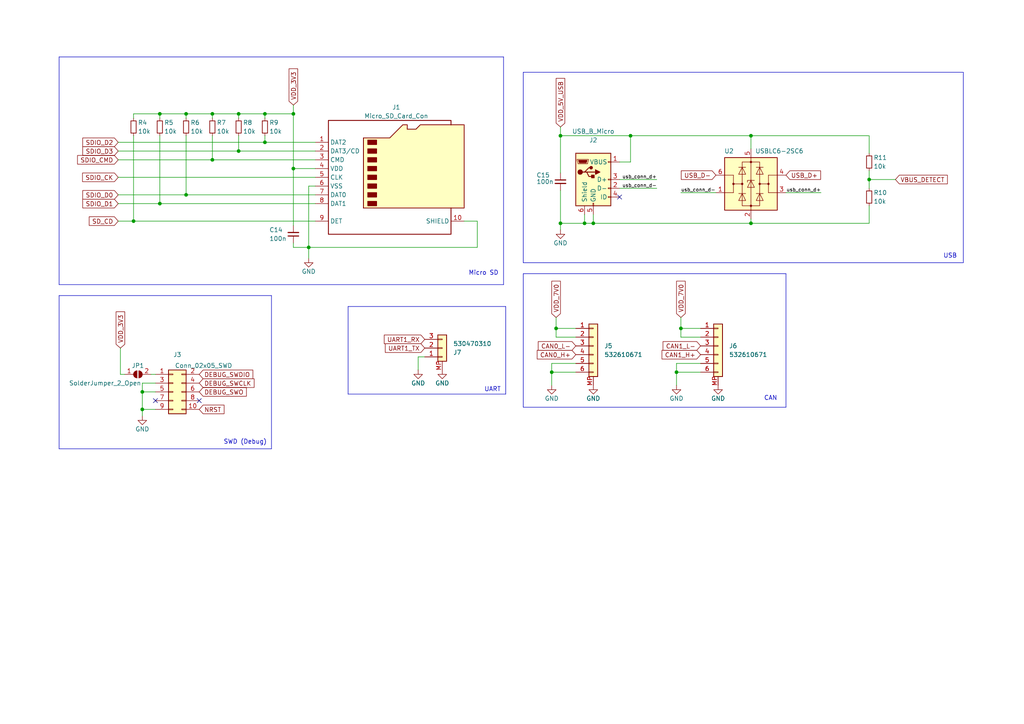
<source format=kicad_sch>
(kicad_sch (version 20231120) (generator "eeschema") (generator_version "8.0")
  (paper "A4")
  (lib_symbols
    (symbol "Conn_01x06_1" (pin_names (offset 1.016) hide)
      (property "Reference" "J5" (at 3.175 0.0001 0))
      (property "Value" "532610671" (at 3.175 -2.5399 0))
      (symbol "Conn_01x06_1_1_1"
        (rectangle (start -1.27 -7.493) (end 0 -7.747) (stroke (width 0.1524)))
        (rectangle (start -1.27 -4.953) (end 0 -5.207) (stroke (width 0.1524)))
        (rectangle (start -1.27 -2.413) (end 0 -2.667) (stroke (width 0.1524)))
        (rectangle (start -1.27 0.127) (end 0 -0.127) (stroke (width 0.1524)))
        (rectangle (start -1.27 2.667) (end 0 2.413) (stroke (width 0.1524)))
        (rectangle (start -1.27 5.207) (end 0 4.953) (stroke (width 0.1524)))
        (rectangle (start -1.27 6.35) (end 1.27 -8.89) (stroke (width 0.254)) (fill (type background)))
        (pin passive line (at -5.08 5.08 0) (length 3.81) (name "Pin_1") (number "1"))
        (pin passive line (at -5.08 2.54 0) (length 3.81) (name "Pin_2") (number "2"))
        (pin passive line (at -5.08 0 0) (length 3.81) (name "Pin_3") (number "3"))
        (pin passive line (at -5.08 -2.54 0) (length 3.81) (name "Pin_4") (number "4"))
        (pin passive line (at -5.08 -5.08 0) (length 3.81) (name "Pin_5") (number "5"))
        (pin passive line (at -5.08 -7.62 0) (length 3.81) (name "Pin_6") (number "6"))
        (pin input line (at 0 -11.43 90) (length 2.54) (name "MP") (number "MP"))
      )
    )
    (symbol "Connector:Micro_SD_Card_Det1"
      (property "Reference" "J" (at -16.51 17.78 0))
      (property "Value" "Micro_SD_Card_Det1" (at 16.51 17.78 0))
      (symbol "Micro_SD_Card_Det1_0_1"
        (rectangle (start -7.62 -6.985) (end -5.08 -8.255) (stroke (width 0.254)) (fill (type outline)))
        (rectangle (start -7.62 -4.445) (end -5.08 -5.715) (stroke (width 0.254)) (fill (type outline)))
        (rectangle (start -7.62 -1.905) (end -5.08 -3.175) (stroke (width 0.254)) (fill (type outline)))
        (rectangle (start -7.62 0.635) (end -5.08 -0.635) (stroke (width 0.254)) (fill (type outline)))
        (rectangle (start -7.62 3.175) (end -5.08 1.905) (stroke (width 0.254)) (fill (type outline)))
        (rectangle (start -7.62 5.715) (end -5.08 4.445) (stroke (width 0.254)) (fill (type outline)))
        (rectangle (start -7.62 8.255) (end -5.08 6.985) (stroke (width 0.254)) (fill (type outline)))
        (rectangle (start -7.62 10.795) (end -5.08 9.525) (stroke (width 0.254)) (fill (type outline)))
        (polyline (pts (xy 16.51 15.24) (xy 16.51 16.51) (xy -19.05 16.51) (xy -19.05 -16.51) (xy 16.51 -16.51) (xy 16.51 -8.89)) (stroke (width 0.254)))
        (polyline (pts (xy -8.89 -8.89) (xy -8.89 11.43) (xy -1.27 11.43) (xy 2.54 15.24) (xy 3.81 15.24) (xy 3.81 13.97) (xy 6.35 13.97) (xy 7.62 15.24) (xy 20.32 15.24) (xy 20.32 -8.89) (xy -8.89 -8.89)) (stroke (width 0.254)) (fill (type background)))
      )
      (symbol "Micro_SD_Card_Det1_1_1"
        (pin bidirectional line (at -22.86 10.16 0) (length 3.81) (name "DAT2") (number "1"))
        (pin passive line (at 20.32 -12.7 180) (length 3.81) (name "SHIELD") (number "10"))
        (pin bidirectional line (at -22.86 7.62 0) (length 3.81) (name "DAT3/CD") (number "2"))
        (pin input line (at -22.86 5.08 0) (length 3.81) (name "CMD") (number "3"))
        (pin power_in line (at -22.86 2.54 0) (length 3.81) (name "VDD") (number "4"))
        (pin input line (at -22.86 0 0) (length 3.81) (name "CLK") (number "5"))
        (pin power_in line (at -22.86 -2.54 0) (length 3.81) (name "VSS") (number "6"))
        (pin bidirectional line (at -22.86 -5.08 0) (length 3.81) (name "DAT0") (number "7"))
        (pin bidirectional line (at -22.86 -7.62 0) (length 3.81) (name "DAT1") (number "8"))
        (pin passive line (at -22.86 -12.7 0) (length 3.81) (name "DET") (number "9"))
      )
    )
    (symbol "Connector:USB_B_Micro" (pin_names (offset 1.016))
      (property "Reference" "J" (at -5.08 11.43 0))
      (property "Value" "USB_B_Micro" (at -5.08 8.89 0))
      (symbol "USB_B_Micro_0_1"
        (rectangle (start -5.08 -7.62) (end 5.08 7.62) (stroke (width 0.254)) (fill (type background)))
        (circle (center -3.81 2.159) (radius 0.635) (stroke (width 0.254)) (fill (type outline)))
        (circle (center -0.635 3.429) (radius 0.381) (stroke (width 0.254)) (fill (type outline)))
        (rectangle (start -0.127 -7.62) (end 0.127 -6.858))
        (polyline (pts (xy -1.905 2.159) (xy 0.635 2.159)) (stroke (width 0.254)))
        (polyline (pts (xy -3.175 2.159) (xy -2.54 2.159) (xy -1.27 3.429) (xy -0.635 3.429)) (stroke (width 0.254)))
        (polyline (pts (xy -2.54 2.159) (xy -1.905 2.159) (xy -1.27 0.889) (xy 0 0.889)) (stroke (width 0.254)))
        (polyline (pts (xy 0.635 2.794) (xy 0.635 1.524) (xy 1.905 2.159) (xy 0.635 2.794)) (stroke (width 0.254)) (fill (type outline)))
        (polyline (pts (xy -4.318 5.588) (xy -1.778 5.588) (xy -2.032 4.826) (xy -4.064 4.826) (xy -4.318 5.588)) (fill (type outline)))
        (polyline (pts (xy -4.699 5.842) (xy -4.699 5.588) (xy -4.445 4.826) (xy -4.445 4.572) (xy -1.651 4.572) (xy -1.651 4.826) (xy -1.397 5.588) (xy -1.397 5.842) (xy -4.699 5.842)))
        (rectangle (start 0.254 1.27) (end -0.508 0.508) (stroke (width 0.254)) (fill (type outline)))
        (rectangle (start 5.08 -5.207) (end 4.318 -4.953))
        (rectangle (start 5.08 -2.667) (end 4.318 -2.413))
        (rectangle (start 5.08 -0.127) (end 4.318 0.127))
        (rectangle (start 5.08 4.953) (end 4.318 5.207))
      )
      (symbol "USB_B_Micro_1_1"
        (pin power_out line (at 7.62 5.08 180) (length 2.54) (name "VBUS") (number "1"))
        (pin bidirectional line (at 7.62 -2.54 180) (length 2.54) (name "D-") (number "2"))
        (pin bidirectional line (at 7.62 0 180) (length 2.54) (name "D+") (number "3"))
        (pin passive line (at 7.62 -5.08 180) (length 2.54) (name "ID") (number "4"))
        (pin power_out line (at 0 -10.16 90) (length 2.54) (name "GND") (number "5"))
        (pin passive line (at -2.54 -10.16 90) (length 2.54) (name "Shield") (number "6"))
      )
    )
    (symbol "Connector_Generic:Conn_01x03" (pin_names (offset 1.016) hide)
      (property "Reference" "J7" (at 3.175 1.2701 0))
      (property "Value" "530470310" (at 3.175 -1.2699 0))
      (symbol "Conn_01x03_1_1"
        (rectangle (start -1.27 -2.413) (end 0 -2.667) (stroke (width 0.1524)))
        (rectangle (start -1.27 0.127) (end 0 -0.127) (stroke (width 0.1524)))
        (rectangle (start -1.27 2.667) (end 0 2.413) (stroke (width 0.1524)))
        (rectangle (start -1.27 3.81) (end 1.27 -3.81) (stroke (width 0.254)) (fill (type background)))
        (pin passive line (at -5.08 2.54 0) (length 3.81) (name "Pin_1") (number "1"))
        (pin passive line (at -5.08 0 0) (length 3.81) (name "Pin_2") (number "2"))
        (pin passive line (at -5.08 -2.54 0) (length 3.81) (name "Pin_3") (number "3"))
        (pin input line (at 0 6.35 270) (length 2.54) (name "MP") (number "MP"))
      )
    )
    (symbol "Connector_Generic:Conn_01x06" (pin_names (offset 1.016) hide)
      (property "Reference" "J6" (at 3.175 0.0001 0))
      (property "Value" "532610671" (at 3.175 -2.5399 0))
      (symbol "Conn_01x06_1_1"
        (rectangle (start -1.27 -7.493) (end 0 -7.747) (stroke (width 0.1524)))
        (rectangle (start -1.27 -4.953) (end 0 -5.207) (stroke (width 0.1524)))
        (rectangle (start -1.27 -2.413) (end 0 -2.667) (stroke (width 0.1524)))
        (rectangle (start -1.27 0.127) (end 0 -0.127) (stroke (width 0.1524)))
        (rectangle (start -1.27 2.667) (end 0 2.413) (stroke (width 0.1524)))
        (rectangle (start -1.27 5.207) (end 0 4.953) (stroke (width 0.1524)))
        (rectangle (start -1.27 6.35) (end 1.27 -8.89) (stroke (width 0.254)) (fill (type background)))
        (pin passive line (at -5.08 5.08 0) (length 3.81) (name "Pin_1") (number "1"))
        (pin passive line (at -5.08 2.54 0) (length 3.81) (name "Pin_2") (number "2"))
        (pin passive line (at -5.08 0 0) (length 3.81) (name "Pin_3") (number "3"))
        (pin passive line (at -5.08 -2.54 0) (length 3.81) (name "Pin_4") (number "4"))
        (pin passive line (at -5.08 -5.08 0) (length 3.81) (name "Pin_5") (number "5"))
        (pin passive line (at -5.08 -7.62 0) (length 3.81) (name "Pin_6") (number "6"))
        (pin input line (at 0 -11.43 90) (length 2.54) (name "MP") (number "MP"))
      )
    )
    (symbol "Connector_Generic:Conn_02x05_Odd_Even" (pin_names (offset 1.016) hide)
      (property "Reference" "J" (at 1.27 7.62 0))
      (property "Value" "Conn_02x05_Odd_Even" (at 1.27 -7.62 0))
      (symbol "Conn_02x05_Odd_Even_1_1"
        (rectangle (start -1.27 -4.953) (end 0 -5.207) (stroke (width 0.1524)))
        (rectangle (start -1.27 -2.413) (end 0 -2.667) (stroke (width 0.1524)))
        (rectangle (start -1.27 0.127) (end 0 -0.127) (stroke (width 0.1524)))
        (rectangle (start -1.27 2.667) (end 0 2.413) (stroke (width 0.1524)))
        (rectangle (start -1.27 5.207) (end 0 4.953) (stroke (width 0.1524)))
        (rectangle (start -1.27 6.35) (end 3.81 -6.35) (stroke (width 0.254)) (fill (type background)))
        (rectangle (start 3.81 -4.953) (end 2.54 -5.207) (stroke (width 0.1524)))
        (rectangle (start 3.81 -2.413) (end 2.54 -2.667) (stroke (width 0.1524)))
        (rectangle (start 3.81 0.127) (end 2.54 -0.127) (stroke (width 0.1524)))
        (rectangle (start 3.81 2.667) (end 2.54 2.413) (stroke (width 0.1524)))
        (rectangle (start 3.81 5.207) (end 2.54 4.953) (stroke (width 0.1524)))
        (pin passive line (at -5.08 5.08 0) (length 3.81) (name "Pin_1") (number "1"))
        (pin passive line (at 7.62 -5.08 180) (length 3.81) (name "Pin_10") (number "10"))
        (pin passive line (at 7.62 5.08 180) (length 3.81) (name "Pin_2") (number "2"))
        (pin passive line (at -5.08 2.54 0) (length 3.81) (name "Pin_3") (number "3"))
        (pin passive line (at 7.62 2.54 180) (length 3.81) (name "Pin_4") (number "4"))
        (pin passive line (at -5.08 0 0) (length 3.81) (name "Pin_5") (number "5"))
        (pin passive line (at 7.62 0 180) (length 3.81) (name "Pin_6") (number "6"))
        (pin passive line (at -5.08 -2.54 0) (length 3.81) (name "Pin_7") (number "7"))
        (pin passive line (at 7.62 -2.54 180) (length 3.81) (name "Pin_8") (number "8"))
        (pin passive line (at -5.08 -5.08 0) (length 3.81) (name "Pin_9") (number "9"))
      )
    )
    (symbol "Device:C_Small" (pin_numbers hide) (pin_names (offset 0.254) hide)
      (property "Reference" "C" (at 0.254 1.778 0))
      (property "Value" "C_Small" (at 0.254 -2.032 0))
      (symbol "C_Small_0_1"
        (polyline (pts (xy -1.524 -0.508) (xy 1.524 -0.508)) (stroke (width 0.3302)))
        (polyline (pts (xy -1.524 0.508) (xy 1.524 0.508)) (stroke (width 0.3048)))
      )
      (symbol "C_Small_1_1"
        (pin passive line (at 0 2.54 270) (length 2.032) (name "~") (number "1"))
        (pin passive line (at 0 -2.54 90) (length 2.032) (name "~") (number "2"))
      )
    )
    (symbol "Device:R_Small" (pin_numbers hide) (pin_names (offset 0.254) hide)
      (property "Reference" "R" (at 0.762 0.508 0))
      (property "Value" "R_Small" (at 0.762 -1.016 0))
      (symbol "R_Small_0_1"
        (rectangle (start -0.762 1.778) (end 0.762 -1.778) (stroke (width 0.2032)))
      )
      (symbol "R_Small_1_1"
        (pin passive line (at 0 2.54 270) (length 0.762) (name "~") (number "1"))
        (pin passive line (at 0 -2.54 90) (length 0.762) (name "~") (number "2"))
      )
    )
    (symbol "GND_1" (power) (pin_numbers hide) (pin_names (offset 0) hide)
      (property "Value" "GND" (at 0 -3.81 0))
      (symbol "GND_1_0_1"
        (polyline (pts (xy 0 0) (xy 0 -1.27) (xy 1.27 -1.27) (xy 0 -2.54) (xy -1.27 -1.27) (xy 0 -1.27)))
      )
      (symbol "GND_1_1_1"
        (pin power_in line (at 0 0 270) (length 0) (name "~") (number "1"))
      )
    )
    (symbol "Jumper:SolderJumper_2_Open" (pin_names (offset 0) hide)
      (property "Reference" "JP" (at 0 2.032 0))
      (property "Value" "SolderJumper_2_Open" (at 0 -2.54 0))
      (symbol "SolderJumper_2_Open_0_1"
        (arc (start -0.254 1.016) (mid -1.2656 0) (end -0.254 -1.016))
        (arc (start -0.254 1.016) (mid -1.2656 0) (end -0.254 -1.016) (fill (type outline)))
        (polyline (pts (xy -0.254 1.016) (xy -0.254 -1.016)))
        (polyline (pts (xy 0.254 1.016) (xy 0.254 -1.016)))
        (arc (start 0.254 -1.016) (mid 1.2656 0) (end 0.254 1.016))
        (arc (start 0.254 -1.016) (mid 1.2656 0) (end 0.254 1.016) (fill (type outline)))
      )
      (symbol "SolderJumper_2_Open_1_1"
        (pin passive line (at -3.81 0 0) (length 2.54) (name "A") (number "1"))
        (pin passive line (at 3.81 0 180) (length 2.54) (name "B") (number "2"))
      )
    )
    (symbol "Power_Protection:USBLC6-2SC6" (pin_names hide)
      (property "Reference" "U" (at 2.54 8.89 0))
      (property "Value" "USBLC6-2SC6" (at 2.54 -8.89 0))
      (symbol "USBLC6-2SC6_0_1"
        (rectangle (start -7.62 -7.62) (end 7.62 7.62) (stroke (width 0.254)) (fill (type background)))
        (circle (center -5.08 0) (radius 0.254) (fill (type outline)))
        (circle (center -2.54 0) (radius 0.254) (fill (type outline)))
        (rectangle (start -2.54 6.35) (end 2.54 -6.35))
        (circle (center 0 -6.35) (radius 0.254) (fill (type outline)))
        (polyline (pts (xy -5.08 -2.54) (xy -7.62 -2.54)))
        (polyline (pts (xy -5.08 0) (xy -5.08 -2.54)))
        (polyline (pts (xy -5.08 2.54) (xy -7.62 2.54)))
        (polyline (pts (xy -1.524 -2.794) (xy -3.556 -2.794)))
        (polyline (pts (xy -1.524 4.826) (xy -3.556 4.826)))
        (polyline (pts (xy 0 -7.62) (xy 0 -6.35)))
        (polyline (pts (xy 0 -6.35) (xy 0 1.27)))
        (polyline (pts (xy 0 1.27) (xy 0 6.35)))
        (polyline (pts (xy 0 6.35) (xy 0 7.62)))
        (polyline (pts (xy 1.524 -2.794) (xy 3.556 -2.794)))
        (polyline (pts (xy 1.524 4.826) (xy 3.556 4.826)))
        (polyline (pts (xy 5.08 -2.54) (xy 7.62 -2.54)))
        (polyline (pts (xy 5.08 0) (xy 5.08 -2.54)))
        (polyline (pts (xy 5.08 2.54) (xy 7.62 2.54)))
        (polyline (pts (xy -2.54 0) (xy -5.08 0) (xy -5.08 2.54)))
        (polyline (pts (xy 2.54 0) (xy 5.08 0) (xy 5.08 2.54)))
        (polyline (pts (xy -3.556 -4.826) (xy -1.524 -4.826) (xy -2.54 -2.794) (xy -3.556 -4.826)))
        (polyline (pts (xy -3.556 2.794) (xy -1.524 2.794) (xy -2.54 4.826) (xy -3.556 2.794)))
        (polyline (pts (xy -1.016 -1.016) (xy 1.016 -1.016) (xy 0 1.016) (xy -1.016 -1.016)))
        (polyline (pts (xy 1.016 1.016) (xy 0.762 1.016) (xy -1.016 1.016) (xy -1.016 0.508)))
        (polyline (pts (xy 3.556 -4.826) (xy 1.524 -4.826) (xy 2.54 -2.794) (xy 3.556 -4.826)))
        (polyline (pts (xy 3.556 2.794) (xy 1.524 2.794) (xy 2.54 4.826) (xy 3.556 2.794)))
        (circle (center 0 6.35) (radius 0.254) (fill (type outline)))
        (circle (center 2.54 0) (radius 0.254) (fill (type outline)))
        (circle (center 5.08 0) (radius 0.254) (fill (type outline)))
      )
      (symbol "USBLC6-2SC6_1_1"
        (pin passive line (at -10.16 -2.54 0) (length 2.54) (name "I/O1") (number "1"))
        (pin passive line (at 0 -10.16 90) (length 2.54) (name "GND") (number "2"))
        (pin passive line (at 10.16 -2.54 180) (length 2.54) (name "I/O2") (number "3"))
        (pin passive line (at 10.16 2.54 180) (length 2.54) (name "I/O2") (number "4"))
        (pin passive line (at 0 10.16 270) (length 2.54) (name "VBUS") (number "5"))
        (pin passive line (at -10.16 2.54 0) (length 2.54) (name "I/O1") (number "6"))
      )
    )
    (symbol "power:GND" (power) (pin_names (offset 0))
      (property "Value" "GND" (at 0 -3.81 0))
      (symbol "GND_0_1"
        (polyline (pts (xy 0 0) (xy 0 -1.27) (xy 1.27 -1.27) (xy 0 -2.54) (xy -1.27 -1.27) (xy 0 -1.27)))
      )
      (symbol "GND_1_1"
        (pin power_in line (at 0 0 270) (length 0) hide (name "GND") (number "1"))
      )
    )
  )
  (junction (at 46.355 33.02))
  (junction (at 76.835 41.275))
  (junction (at 161.29 95.25))
  (junction (at 38.735 64.135))
  (junction (at 85.09 48.895))
  (junction (at 46.355 59.055))
  (junction (at 61.595 46.355))
  (junction (at 217.805 64.77))
  (junction (at 217.805 39.37))
  (junction (at 172.085 64.77))
  (junction (at 69.215 43.815))
  (junction (at 41.275 113.665))
  (junction (at 162.56 64.77))
  (junction (at 89.535 71.755))
  (junction (at 76.835 33.02))
  (junction (at 85.09 33.02))
  (junction (at 160.02 107.95))
  (junction (at 169.545 64.77))
  (junction (at 53.975 33.02))
  (junction (at 182.88 39.37))
  (junction (at 197.485 95.25))
  (junction (at 196.215 107.95))
  (junction (at 162.56 39.37))
  (junction (at 53.975 56.515))
  (junction (at 61.595 33.02))
  (junction (at 41.275 118.745))
  (junction (at 252.095 52.07))
  (junction (at 69.215 33.02))
  (no_connect (at 45.085 116.205))
  (no_connect (at 179.705 57.15))
  (no_connect (at 57.785 116.205))
  (wire (pts (xy 43.815 108.585) (xy 45.085 108.585)))
  (wire (pts (xy 76.835 33.02) (xy 76.835 34.29)))
  (polyline (pts (xy 151.765 76.2) (xy 279.4 76.2)))
  (wire (pts (xy 138.43 64.135) (xy 134.62 64.135)))
  (wire (pts (xy 238.125 55.88) (xy 227.965 55.88)))
  (wire (pts (xy 121.285 103.505) (xy 121.285 107.315)))
  (wire (pts (xy 76.835 39.37) (xy 76.835 41.275)))
  (wire (pts (xy 69.215 33.02) (xy 61.595 33.02)))
  (wire (pts (xy 61.595 46.355) (xy 91.44 46.355)))
  (wire (pts (xy 252.095 39.37) (xy 217.805 39.37)))
  (wire (pts (xy 91.44 48.895) (xy 85.09 48.895)))
  (polyline (pts (xy 17.145 16.51) (xy 17.145 82.55)))
  (wire (pts (xy 138.43 71.755) (xy 138.43 64.135)))
  (polyline (pts (xy 279.4 20.955) (xy 279.4 76.2)))
  (polyline (pts (xy 151.765 79.375) (xy 227.965 79.375)))
  (polyline (pts (xy 146.05 82.55) (xy 146.05 16.51)))
  (wire (pts (xy 69.215 43.815) (xy 91.44 43.815)))
  (polyline (pts (xy 151.765 79.375) (xy 151.765 118.11)))
  (wire (pts (xy 46.355 33.02) (xy 46.355 34.29)))
  (wire (pts (xy 34.29 64.135) (xy 38.735 64.135)))
  (wire (pts (xy 161.29 97.79) (xy 167.005 97.79)))
  (wire (pts (xy 172.085 62.23) (xy 172.085 64.77)))
  (wire (pts (xy 197.485 95.25) (xy 203.2 95.25)))
  (wire (pts (xy 160.02 111.76) (xy 160.02 107.95)))
  (wire (pts (xy 160.02 107.95) (xy 167.005 107.95)))
  (wire (pts (xy 160.02 107.95) (xy 160.02 105.41)))
  (wire (pts (xy 162.56 55.245) (xy 162.56 64.77)))
  (wire (pts (xy 196.215 107.95) (xy 203.2 107.95)))
  (polyline (pts (xy 17.145 130.175) (xy 17.145 85.725)))
  (wire (pts (xy 162.56 39.37) (xy 162.56 50.165)))
  (wire (pts (xy 85.09 33.02) (xy 85.09 48.895)))
  (wire (pts (xy 34.925 108.585) (xy 36.195 108.585)))
  (polyline (pts (xy 17.145 130.175) (xy 78.74 130.175)))
  (polyline (pts (xy 100.965 88.9) (xy 146.685 88.9)))
  (wire (pts (xy 41.275 118.745) (xy 41.275 120.65)))
  (wire (pts (xy 41.275 111.125) (xy 41.275 113.665)))
  (wire (pts (xy 76.835 41.275) (xy 91.44 41.275)))
  (wire (pts (xy 38.735 64.135) (xy 91.44 64.135)))
  (wire (pts (xy 217.805 63.5) (xy 217.805 64.77)))
  (polyline (pts (xy 78.74 85.725) (xy 78.74 130.175)))
  (wire (pts (xy 169.545 64.77) (xy 172.085 64.77)))
  (wire (pts (xy 45.085 111.125) (xy 41.275 111.125)))
  (wire (pts (xy 34.29 41.275) (xy 76.835 41.275)))
  (wire (pts (xy 182.88 39.37) (xy 217.805 39.37)))
  (wire (pts (xy 38.735 39.37) (xy 38.735 64.135)))
  (wire (pts (xy 197.485 97.79) (xy 203.2 97.79)))
  (wire (pts (xy 34.925 100.965) (xy 34.925 108.585)))
  (polyline (pts (xy 100.965 114.3) (xy 146.685 114.3)))
  (wire (pts (xy 53.975 33.02) (xy 53.975 34.29)))
  (wire (pts (xy 85.09 33.02) (xy 76.835 33.02)))
  (polyline (pts (xy 17.145 82.55) (xy 146.05 82.55)))
  (wire (pts (xy 252.095 52.07) (xy 252.095 54.61)))
  (wire (pts (xy 123.19 103.505) (xy 121.285 103.505)))
  (wire (pts (xy 196.215 111.76) (xy 196.215 107.95)))
  (wire (pts (xy 38.735 33.02) (xy 38.735 34.29)))
  (wire (pts (xy 162.56 64.77) (xy 162.56 66.675)))
  (polyline (pts (xy 151.765 76.2) (xy 151.765 20.955)))
  (wire (pts (xy 46.355 59.055) (xy 91.44 59.055)))
  (wire (pts (xy 34.29 56.515) (xy 53.975 56.515)))
  (polyline (pts (xy 146.05 16.51) (xy 17.145 16.51)))
  (wire (pts (xy 161.29 95.25) (xy 161.29 92.075)))
  (polyline (pts (xy 227.965 79.375) (xy 227.965 118.11)))
  (polyline (pts (xy 146.685 88.9) (xy 146.685 114.3)))
  (wire (pts (xy 182.88 39.37) (xy 182.88 46.99)))
  (polyline (pts (xy 227.965 118.11) (xy 151.765 118.11)))
  (wire (pts (xy 197.485 97.79) (xy 197.485 95.25)))
  (wire (pts (xy 197.485 95.25) (xy 197.485 92.075)))
  (wire (pts (xy 89.535 71.755) (xy 89.535 74.93)))
  (wire (pts (xy 46.355 33.02) (xy 38.735 33.02)))
  (wire (pts (xy 161.29 95.25) (xy 167.005 95.25)))
  (wire (pts (xy 89.535 71.755) (xy 85.09 71.755)))
  (wire (pts (xy 34.29 59.055) (xy 46.355 59.055)))
  (wire (pts (xy 61.595 39.37) (xy 61.595 46.355)))
  (wire (pts (xy 53.975 39.37) (xy 53.975 56.515)))
  (polyline (pts (xy 151.765 20.955) (xy 279.4 20.955)))
  (wire (pts (xy 69.215 39.37) (xy 69.215 43.815)))
  (wire (pts (xy 53.975 33.02) (xy 46.355 33.02)))
  (wire (pts (xy 160.02 105.41) (xy 167.005 105.41)))
  (wire (pts (xy 34.29 43.815) (xy 69.215 43.815)))
  (wire (pts (xy 197.485 55.88) (xy 207.645 55.88)))
  (wire (pts (xy 34.29 46.355) (xy 61.595 46.355)))
  (polyline (pts (xy 100.965 114.3) (xy 100.965 88.9)))
  (wire (pts (xy 169.545 62.23) (xy 169.545 64.77)))
  (wire (pts (xy 85.09 30.48) (xy 85.09 33.02)))
  (wire (pts (xy 172.085 64.77) (xy 217.805 64.77)))
  (wire (pts (xy 252.095 39.37) (xy 252.095 44.45)))
  (wire (pts (xy 89.535 71.755) (xy 138.43 71.755)))
  (wire (pts (xy 162.56 39.37) (xy 182.88 39.37)))
  (wire (pts (xy 252.095 64.77) (xy 217.805 64.77)))
  (wire (pts (xy 89.535 53.975) (xy 91.44 53.975)))
  (wire (pts (xy 34.29 51.435) (xy 91.44 51.435)))
  (wire (pts (xy 252.095 49.53) (xy 252.095 52.07)))
  (wire (pts (xy 41.275 113.665) (xy 45.085 113.665)))
  (wire (pts (xy 61.595 33.02) (xy 61.595 34.29)))
  (wire (pts (xy 196.215 107.95) (xy 196.215 105.41)))
  (wire (pts (xy 41.275 118.745) (xy 45.085 118.745)))
  (wire (pts (xy 162.56 64.77) (xy 169.545 64.77)))
  (wire (pts (xy 196.215 105.41) (xy 203.2 105.41)))
  (wire (pts (xy 179.705 52.07) (xy 190.5 52.07)))
  (wire (pts (xy 85.09 71.755) (xy 85.09 70.485)))
  (wire (pts (xy 179.705 54.61) (xy 190.5 54.61)))
  (wire (pts (xy 179.705 46.99) (xy 182.88 46.99)))
  (wire (pts (xy 85.09 48.895) (xy 85.09 65.405)))
  (wire (pts (xy 89.535 53.975) (xy 89.535 71.755)))
  (wire (pts (xy 252.095 52.07) (xy 259.715 52.07)))
  (wire (pts (xy 41.275 113.665) (xy 41.275 118.745)))
  (wire (pts (xy 76.835 33.02) (xy 69.215 33.02)))
  (wire (pts (xy 69.215 33.02) (xy 69.215 34.29)))
  (wire (pts (xy 252.095 59.69) (xy 252.095 64.77)))
  (polyline (pts (xy 17.145 85.725) (xy 78.74 85.725)))
  (wire (pts (xy 46.355 39.37) (xy 46.355 59.055)))
  (wire (pts (xy 217.805 39.37) (xy 217.805 43.18)))
  (wire (pts (xy 61.595 33.02) (xy 53.975 33.02)))
  (wire (pts (xy 161.29 97.79) (xy 161.29 95.25)))
  (wire (pts (xy 162.56 36.83) (xy 162.56 39.37)))
  (wire (pts (xy 53.975 56.515) (xy 91.44 56.515)))
  (text "CAN" (at 223.52 115.57 0) (effects (font (size 1.27 1.27))))
  (text "USB" (at 275.59 74.295 0) (effects (font (size 1.27 1.27))))
  (text "Micro SD" (at 135.89 80.01 0) (effects (font (size 1.27 1.27)) (justify left bottom)))
  (text "UART" (at 142.875 113.03 0) (effects (font (size 1.27 1.27))))
  (text "SWD (Debug)" (at 71.12 128.27 0) (effects (font (size 1.27 1.27))))
  (label "usb_conn_d+" (at 238.125 55.88 180) (effects (font (size 1 1))))
  (label "usb_conn_d-" (at 197.485 55.88 0) (effects (font (size 1 1))))
  (label "usb_conn_d+" (at 190.5 52.07 180) (effects (font (size 1 1))))
  (label "usb_conn_d-" (at 190.5 54.61 180) (effects (font (size 1 1))))
  (global_label "CAN0_L-" (shape input) (at 167.005 100.33 180) (property "Intersheetrefs" "${INTERSHEET_REFS}" (effects (hide yes))))
  (global_label "SDIO_CMD" (shape input) (at 34.29 46.355 180) (property "Intersheetrefs" "${INTERSHEET_REFS}" (effects (hide yes))))
  (global_label "SDIO_D3" (shape input) (at 34.29 43.815 180) (property "Intersheetrefs" "${INTERSHEET_REFS}" (effects (hide yes))))
  (global_label "VBUS_DETECT" (shape input) (at 259.715 52.07 0) (property "Intersheetrefs" "${INTERSHEET_REFS}" (effects (hide yes))))
  (global_label "DEBUG_SWO" (shape input) (at 57.785 113.665 0) (property "Intersheetrefs" "${INTERSHEET_REFS}" (effects (hide yes))))
  (global_label "SDIO_CK" (shape input) (at 34.29 51.435 180) (property "Intersheetrefs" "${INTERSHEET_REFS}" (effects (hide yes))))
  (global_label "VDD_7V0" (shape input) (at 161.29 92.075 90) (property "Intersheetrefs" "${INTERSHEET_REFS}" (effects (hide yes))))
  (global_label "VDD_7V0" (shape input) (at 197.485 92.075 90) (property "Intersheetrefs" "${INTERSHEET_REFS}" (effects (hide yes))))
  (global_label "SDIO_D0" (shape input) (at 34.29 56.515 180) (property "Intersheetrefs" "${INTERSHEET_REFS}" (effects (hide yes))))
  (global_label "SDIO_D1" (shape input) (at 34.29 59.055 180) (property "Intersheetrefs" "${INTERSHEET_REFS}" (effects (hide yes))))
  (global_label "SD_CD" (shape input) (at 34.29 64.135 180) (property "Intersheetrefs" "${INTERSHEET_REFS}" (effects (hide yes))))
  (global_label "VDD_5V_USB" (shape input) (at 162.56 36.83 90) (property "Intersheetrefs" "${INTERSHEET_REFS}" (effects (hide yes))))
  (global_label "CAN1_H+" (shape input) (at 203.2 102.87 180) (property "Intersheetrefs" "${INTERSHEET_REFS}" (effects (hide yes))))
  (global_label "VDD_3V3" (shape input) (at 34.925 100.965 90) (property "Intersheetrefs" "${INTERSHEET_REFS}" (effects (hide yes))))
  (global_label "USB_D+" (shape input) (at 227.965 50.8 0) (property "Intersheetrefs" "${INTERSHEET_REFS}" (effects (hide yes))))
  (global_label "SDIO_D2" (shape input) (at 34.29 41.275 180) (property "Intersheetrefs" "${INTERSHEET_REFS}" (effects (hide yes))))
  (global_label "UART1_TX" (shape input) (at 123.19 100.965 180) (property "Intersheetrefs" "${INTERSHEET_REFS}" (effects (hide yes))))
  (global_label "DEBUG_SWDIO" (shape input) (at 57.785 108.585 0) (property "Intersheetrefs" "${INTERSHEET_REFS}" (effects (hide yes))))
  (global_label "NRST" (shape input) (at 57.785 118.745 0) (property "Intersheetrefs" "${INTERSHEET_REFS}" (effects (hide yes))))
  (global_label "DEBUG_SWCLK" (shape input) (at 57.785 111.125 0) (property "Intersheetrefs" "${INTERSHEET_REFS}" (effects (hide yes))))
  (global_label "CAN1_L-" (shape input) (at 203.2 100.33 180) (property "Intersheetrefs" "${INTERSHEET_REFS}" (effects (hide yes))))
  (global_label "USB_D-" (shape input) (at 207.645 50.8 180) (property "Intersheetrefs" "${INTERSHEET_REFS}" (effects (hide yes))))
  (global_label "CAN0_H+" (shape input) (at 167.005 102.87 180) (property "Intersheetrefs" "${INTERSHEET_REFS}" (effects (hide yes))))
  (global_label "UART1_RX" (shape input) (at 123.19 98.425 180) (property "Intersheetrefs" "${INTERSHEET_REFS}" (effects (hide yes))))
  (global_label "VDD_3V3" (shape input) (at 85.09 30.48 90) (property "Intersheetrefs" "${INTERSHEET_REFS}" (effects (hide yes))))
  (symbol (lib_id "Device:R_Small") (at 252.095 57.15 0) (unit 1)
    (property "Reference" "R10" (at 253.365 55.88 0) (effects (justify left)))
    (property "Value" "10k" (at 253.365 58.42 0) (effects (justify left)))
    (property "Footprint" "Resistor_SMD:R_0603_1608Metric" (effects (hide yes)))
  )
  (symbol (lib_id "Jumper:SolderJumper_2_Open") (at 40.005 108.585 0) (unit 1)
    (property "Reference" "JP1" (at 40.005 106.045 0))
    (property "Value" "SolderJumper_2_Open" (at 30.48 111.125 0))
    (property "Footprint" "Jumper:SolderJumper-2_P1.3mm_Open_RoundedPad1.0x1.5mm" (effects (hide yes)))
  )
  (symbol (lib_id "Device:R_Small") (at 61.595 36.83 0) (unit 1)
    (property "Reference" "R7" (at 62.865 35.56 0) (effects (justify left)))
    (property "Value" "10k" (at 62.865 38.1 0) (effects (justify left)))
    (property "Footprint" "Resistor_SMD:R_0603_1608Metric" (effects (hide yes)))
  )
  (symbol (lib_name "Conn_01x06_1") (lib_id "Connector_Generic:Conn_01x06") (at 172.085 100.33 0) (unit 1)
    (property "Reference" "J5" (at 175.26 100.3299 0) (effects (justify left)))
    (property "Value" "532610671" (at 175.26 102.8699 0) (effects (justify left)))
    (property "Footprint" "Connector_Molex:Molex_PicoBlade_53261-0671_1x06-1MP_P1.25mm_Horizontal" (effects (hide yes)))
    (property "Description" "Generic connector, single row, 01x06, script generated (kicad-library-utils/schlib/autogen/connector/)" (effects (hide yes)))
  )
  (symbol (lib_id "Device:R_Small") (at 53.975 36.83 0) (unit 1)
    (property "Reference" "R6" (at 55.245 35.56 0) (effects (justify left)))
    (property "Value" "10k" (at 55.245 38.1 0) (effects (justify left)))
    (property "Footprint" "Resistor_SMD:R_0603_1608Metric" (effects (hide yes)))
  )
  (symbol (lib_id "power:GND") (at 89.535 74.93 0) (unit 1)
    (property "Reference" "#PWR07" (effects (hide yes)))
    (property "Value" "GND" (at 89.535 78.74 0))
  )
  (symbol (lib_id "Device:R_Small") (at 46.355 36.83 0) (unit 1)
    (property "Reference" "R5" (at 47.625 35.56 0) (effects (justify left)))
    (property "Value" "10k" (at 47.625 38.1 0) (effects (justify left)))
    (property "Footprint" "Resistor_SMD:R_0603_1608Metric" (effects (hide yes)))
  )
  (symbol (lib_id "Power_Protection:USBLC6-2SC6") (at 217.805 53.34 0) (unit 1)
    (property "Reference" "U2" (at 211.455 43.815 0))
    (property "Value" "USBLC6-2SC6" (at 226.06 43.815 0))
    (property "Footprint" "Package_TO_SOT_SMD:SOT-23-6" (effects (hide yes)))
    (property "Datasheet" "https://www.st.com/resource/en/datasheet/usblc6-2.pdf" (effects (hide yes)))
  )
  (symbol (lib_id "power:GND") (at 208.28 111.76 0) (unit 1)
    (property "Reference" "#PWR020" (effects (hide yes)))
    (property "Value" "GND" (at 208.28 115.57 0))
  )
  (symbol (lib_id "power:GND") (at 160.02 111.76 0) (unit 1)
    (property "Reference" "#PWR014" (effects (hide yes)))
    (property "Value" "GND" (at 160.02 115.57 0))
  )
  (symbol (lib_id "Connector_Generic:Conn_02x05_Odd_Even") (at 50.165 113.665 0) (unit 1)
    (property "Reference" "J3" (at 51.435 102.87 0))
    (property "Value" "Conn_02x05_SWD" (at 59.055 106.045 0))
    (property "Footprint" "Connector_PinHeader_1.27mm:PinHeader_2x05_P1.27mm_Vertical" (effects (hide yes)))
  )
  (symbol (lib_id "Device:R_Small") (at 38.735 36.83 0) (unit 1)
    (property "Reference" "R4" (at 40.005 35.56 0) (effects (justify left)))
    (property "Value" "10k" (at 40.005 38.1 0) (effects (justify left)))
    (property "Footprint" "Resistor_SMD:R_0603_1608Metric" (effects (hide yes)))
  )
  (symbol (lib_id "Connector:Micro_SD_Card_Det1") (at 114.3 51.435 0) (unit 1)
    (property "Reference" "J1" (at 114.935 31.115 0))
    (property "Value" "Micro_SD_Card_Con" (at 114.935 33.655 0))
    (property "Footprint" "sd:TF01A" (effects (hide yes)))
    (property "Datasheet" "https://datasheet.lcsc.com/lcsc/2110151630_XKB-Connectivity-XKTF-015-N_C381082.pdf" (effects (hide yes)))
  )
  (symbol (lib_id "Device:R_Small") (at 76.835 36.83 0) (unit 1)
    (property "Reference" "R9" (at 78.105 35.56 0) (effects (justify left)))
    (property "Value" "10k" (at 78.105 38.1 0) (effects (justify left)))
    (property "Footprint" "Resistor_SMD:R_0603_1608Metric" (effects (hide yes)))
  )
  (symbol (lib_id "Device:R_Small") (at 69.215 36.83 0) (unit 1)
    (property "Reference" "R8" (at 70.485 35.56 0) (effects (justify left)))
    (property "Value" "10k" (at 70.485 38.1 0) (effects (justify left)))
    (property "Footprint" "Resistor_SMD:R_0603_1608Metric" (effects (hide yes)))
  )
  (symbol (lib_id "Device:R_Small") (at 252.095 46.99 0) (unit 1)
    (property "Reference" "R11" (at 253.365 45.72 0) (effects (justify left)))
    (property "Value" "10k" (at 253.365 48.26 0) (effects (justify left)))
    (property "Footprint" "Resistor_SMD:R_0603_1608Metric" (effects (hide yes)))
  )
  (symbol (lib_id "Device:C_Small") (at 162.56 52.705 0) (unit 1)
    (property "Reference" "C15" (at 155.575 50.8 0) (effects (justify left)))
    (property "Value" "100n" (at 155.575 52.705 0) (effects (justify left)))
    (property "Footprint" "Capacitor_SMD:C_0603_1608Metric" (effects (hide yes)))
  )
  (symbol (lib_id "power:GND") (at 162.56 66.675 0) (unit 1)
    (property "Reference" "#PWR08" (effects (hide yes)))
    (property "Value" "GND" (at 162.56 70.485 0))
  )
  (symbol (lib_id "power:GND") (at 172.085 111.76 0) (unit 1)
    (property "Reference" "#PWR010" (effects (hide yes)))
    (property "Value" "GND" (at 172.085 115.57 0))
  )
  (symbol (lib_id "Connector:USB_B_Micro") (at 172.085 52.07 0) (unit 1)
    (property "Reference" "J2" (at 172.085 40.64 0))
    (property "Value" "USB_B_Micro" (at 172.085 38.1 0))
    (property "Footprint" "user_lib:U-F-M5DD-W-2-SUS" (effects (hide yes)))
  )
  (symbol (lib_name "GND_1") (lib_id "power:GND") (at 121.285 107.315 0) (unit 1)
    (property "Reference" "#PWR09" (effects (hide yes)))
    (property "Value" "GND" (at 121.285 111.125 0))
    (property "Description" "Power symbol creates a global label with name \"GND\" , ground" (effects (hide yes)))
  )
  (symbol (lib_id "power:GND") (at 196.215 111.76 0) (unit 1)
    (property "Reference" "#PWR015" (effects (hide yes)))
    (property "Value" "GND" (at 196.215 115.57 0))
  )
  (symbol (lib_id "Connector_Generic:Conn_01x06") (at 208.28 100.33 0) (unit 1)
    (property "Reference" "J6" (at 211.455 100.3299 0) (effects (justify left)))
    (property "Value" "532610671" (at 211.455 102.8699 0) (effects (justify left)))
    (property "Footprint" "Connector_Molex:Molex_PicoBlade_53261-0671_1x06-1MP_P1.25mm_Horizontal" (effects (hide yes)))
    (property "Description" "Generic connector, single row, 01x06, script generated (kicad-library-utils/schlib/autogen/connector/)" (effects (hide yes)))
  )
  (symbol (lib_id "power:GND") (at 41.275 120.65 0) (unit 1)
    (property "Reference" "#PWR011" (effects (hide yes)))
    (property "Value" "GND" (at 41.275 124.46 0))
  )
  (symbol (lib_name "GND_1") (lib_id "power:GND") (at 128.27 107.315 0) (unit 1)
    (property "Reference" "#PWR021" (effects (hide yes)))
    (property "Value" "GND" (at 128.27 111.125 0))
    (property "Description" "Power symbol creates a global label with name \"GND\" , ground" (effects (hide yes)))
  )
  (symbol (lib_id "Connector_Generic:Conn_01x03") (at 128.27 100.965 0) (mirror x) (unit 1)
    (property "Reference" "J7" (at 131.445 102.2351 0) (effects (justify left)))
    (property "Value" "530470310" (at 131.445 99.6951 0) (effects (justify left)))
    (property "Footprint" "Connector_Molex:Molex_PicoBlade_53261-0371_1x03-1MP_P1.25mm_Horizontal" (effects (hide yes)))
    (property "Description" "Generic connector, single row, 01x03, script generated (kicad-library-utils/schlib/autogen/connector/)" (effects (hide yes)))
  )
  (symbol (lib_id "Device:C_Small") (at 85.09 67.945 180) (unit 1)
    (property "Reference" "C14" (at 78.105 66.675 0) (effects (justify right)))
    (property "Value" "100n" (at 78.105 69.215 0) (effects (justify right)))
    (property "Footprint" "Capacitor_SMD:C_0603_1608Metric" (effects (hide yes)))
  )
)
</source>
